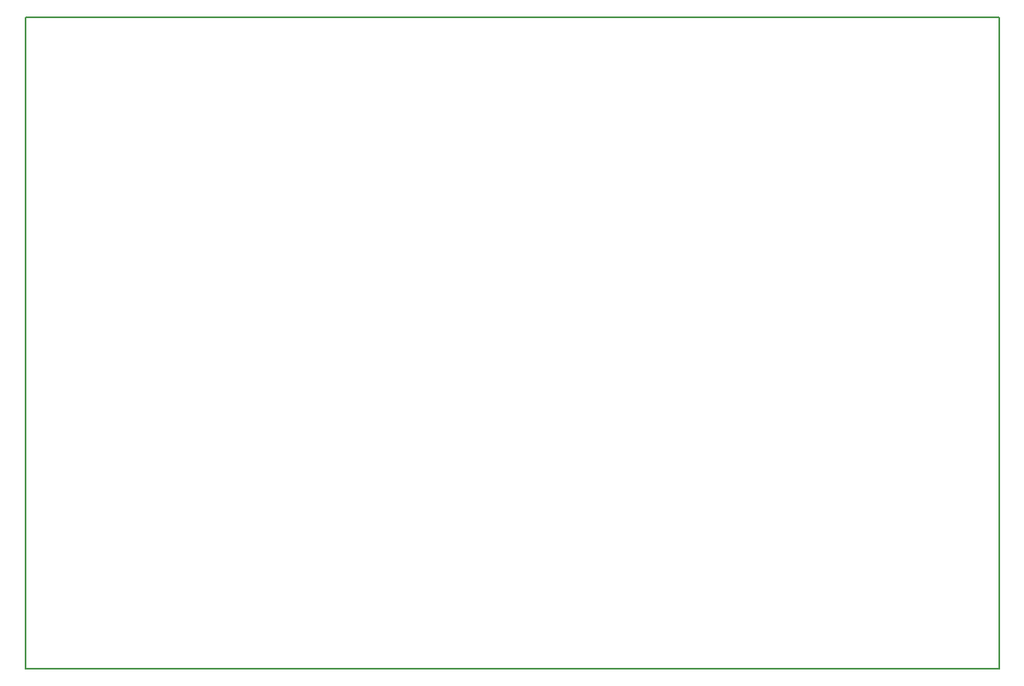
<source format=gko>
G04*
G04 #@! TF.GenerationSoftware,Altium Limited,Altium Designer,18.1.6 (161)*
G04*
G04 Layer_Color=16711935*
%FSLAX44Y44*%
%MOMM*%
G71*
G01*
G75*
%ADD11C,0.2000*%
D11*
X-277000Y-258800D02*
Y411200D01*
X723000D01*
X-277000Y-258800D02*
Y-258800D01*
Y-258800D02*
X723000D01*
X723000Y411200D02*
X723000Y-258800D01*
M02*

</source>
